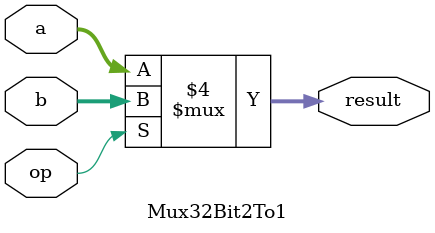
<source format=v>
module Mux32Bit2To1(a, b, op, result);
input [31:0] a, b; 	 // 32-bit inputs
input op; 				 // one-bit selection input
output [31:0] result; // 32-bit output
reg [31:0]result;
	wire [31:0] a;
	wire [31:0] b;	  
	wire op;

always@(a,b,op)
begin
if(op==1'b0)
  begin
   result=a;
  end
 else
  begin
   result=b;
 end
 end

endmodule

</source>
